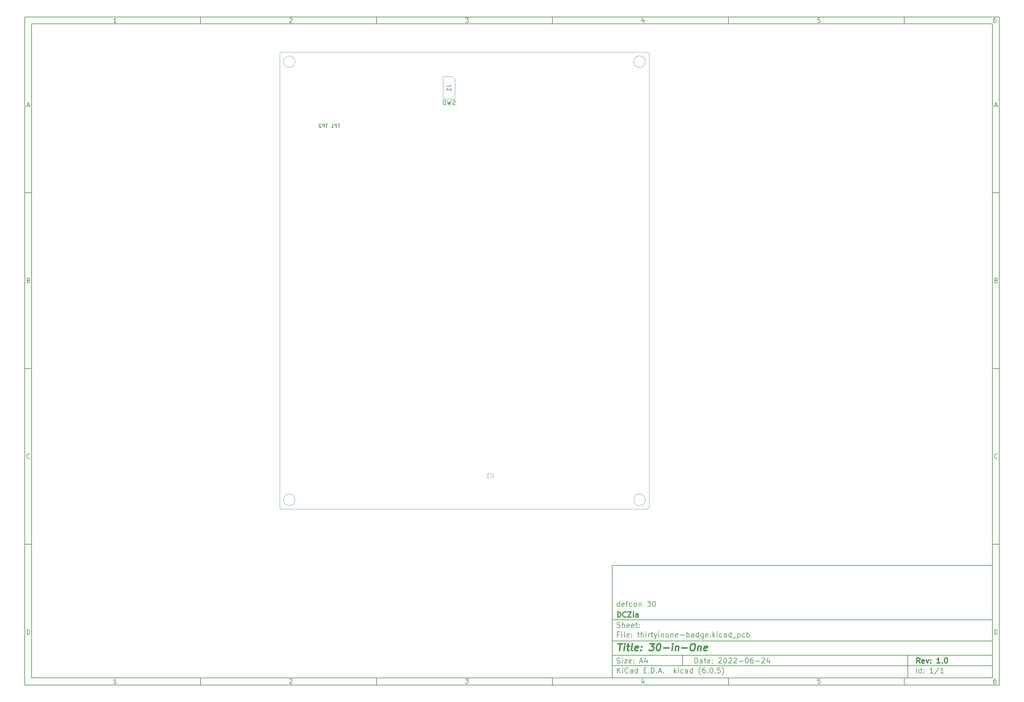
<source format=gbr>
%TF.GenerationSoftware,KiCad,Pcbnew,(6.0.5)*%
%TF.CreationDate,2022-09-10T22:43:36-06:00*%
%TF.ProjectId,thirtyinone-badge,74686972-7479-4696-9e6f-6e652d626164,1.0*%
%TF.SameCoordinates,Original*%
%TF.FileFunction,AssemblyDrawing,Bot*%
%FSLAX46Y46*%
G04 Gerber Fmt 4.6, Leading zero omitted, Abs format (unit mm)*
G04 Created by KiCad (PCBNEW (6.0.5)) date 2022-09-10 22:43:36*
%MOMM*%
%LPD*%
G01*
G04 APERTURE LIST*
%ADD10C,0.100000*%
%ADD11C,0.150000*%
%ADD12C,0.300000*%
%ADD13C,0.400000*%
%TA.AperFunction,Profile*%
%ADD14C,0.100000*%
%TD*%
%ADD15C,0.060000*%
G04 APERTURE END LIST*
D10*
D11*
X177002200Y-166007200D02*
X177002200Y-198007200D01*
X285002200Y-198007200D01*
X285002200Y-166007200D01*
X177002200Y-166007200D01*
D10*
D11*
X10000000Y-10000000D02*
X10000000Y-200007200D01*
X287002200Y-200007200D01*
X287002200Y-10000000D01*
X10000000Y-10000000D01*
D10*
D11*
X12000000Y-12000000D02*
X12000000Y-198007200D01*
X285002200Y-198007200D01*
X285002200Y-12000000D01*
X12000000Y-12000000D01*
D10*
D11*
X60000000Y-12000000D02*
X60000000Y-10000000D01*
D10*
D11*
X110000000Y-12000000D02*
X110000000Y-10000000D01*
D10*
D11*
X160000000Y-12000000D02*
X160000000Y-10000000D01*
D10*
D11*
X210000000Y-12000000D02*
X210000000Y-10000000D01*
D10*
D11*
X260000000Y-12000000D02*
X260000000Y-10000000D01*
D10*
D11*
X36065476Y-11588095D02*
X35322619Y-11588095D01*
X35694047Y-11588095D02*
X35694047Y-10288095D01*
X35570238Y-10473809D01*
X35446428Y-10597619D01*
X35322619Y-10659523D01*
D10*
D11*
X85322619Y-10411904D02*
X85384523Y-10350000D01*
X85508333Y-10288095D01*
X85817857Y-10288095D01*
X85941666Y-10350000D01*
X86003571Y-10411904D01*
X86065476Y-10535714D01*
X86065476Y-10659523D01*
X86003571Y-10845238D01*
X85260714Y-11588095D01*
X86065476Y-11588095D01*
D10*
D11*
X135260714Y-10288095D02*
X136065476Y-10288095D01*
X135632142Y-10783333D01*
X135817857Y-10783333D01*
X135941666Y-10845238D01*
X136003571Y-10907142D01*
X136065476Y-11030952D01*
X136065476Y-11340476D01*
X136003571Y-11464285D01*
X135941666Y-11526190D01*
X135817857Y-11588095D01*
X135446428Y-11588095D01*
X135322619Y-11526190D01*
X135260714Y-11464285D01*
D10*
D11*
X185941666Y-10721428D02*
X185941666Y-11588095D01*
X185632142Y-10226190D02*
X185322619Y-11154761D01*
X186127380Y-11154761D01*
D10*
D11*
X236003571Y-10288095D02*
X235384523Y-10288095D01*
X235322619Y-10907142D01*
X235384523Y-10845238D01*
X235508333Y-10783333D01*
X235817857Y-10783333D01*
X235941666Y-10845238D01*
X236003571Y-10907142D01*
X236065476Y-11030952D01*
X236065476Y-11340476D01*
X236003571Y-11464285D01*
X235941666Y-11526190D01*
X235817857Y-11588095D01*
X235508333Y-11588095D01*
X235384523Y-11526190D01*
X235322619Y-11464285D01*
D10*
D11*
X285941666Y-10288095D02*
X285694047Y-10288095D01*
X285570238Y-10350000D01*
X285508333Y-10411904D01*
X285384523Y-10597619D01*
X285322619Y-10845238D01*
X285322619Y-11340476D01*
X285384523Y-11464285D01*
X285446428Y-11526190D01*
X285570238Y-11588095D01*
X285817857Y-11588095D01*
X285941666Y-11526190D01*
X286003571Y-11464285D01*
X286065476Y-11340476D01*
X286065476Y-11030952D01*
X286003571Y-10907142D01*
X285941666Y-10845238D01*
X285817857Y-10783333D01*
X285570238Y-10783333D01*
X285446428Y-10845238D01*
X285384523Y-10907142D01*
X285322619Y-11030952D01*
D10*
D11*
X60000000Y-198007200D02*
X60000000Y-200007200D01*
D10*
D11*
X110000000Y-198007200D02*
X110000000Y-200007200D01*
D10*
D11*
X160000000Y-198007200D02*
X160000000Y-200007200D01*
D10*
D11*
X210000000Y-198007200D02*
X210000000Y-200007200D01*
D10*
D11*
X260000000Y-198007200D02*
X260000000Y-200007200D01*
D10*
D11*
X36065476Y-199595295D02*
X35322619Y-199595295D01*
X35694047Y-199595295D02*
X35694047Y-198295295D01*
X35570238Y-198481009D01*
X35446428Y-198604819D01*
X35322619Y-198666723D01*
D10*
D11*
X85322619Y-198419104D02*
X85384523Y-198357200D01*
X85508333Y-198295295D01*
X85817857Y-198295295D01*
X85941666Y-198357200D01*
X86003571Y-198419104D01*
X86065476Y-198542914D01*
X86065476Y-198666723D01*
X86003571Y-198852438D01*
X85260714Y-199595295D01*
X86065476Y-199595295D01*
D10*
D11*
X135260714Y-198295295D02*
X136065476Y-198295295D01*
X135632142Y-198790533D01*
X135817857Y-198790533D01*
X135941666Y-198852438D01*
X136003571Y-198914342D01*
X136065476Y-199038152D01*
X136065476Y-199347676D01*
X136003571Y-199471485D01*
X135941666Y-199533390D01*
X135817857Y-199595295D01*
X135446428Y-199595295D01*
X135322619Y-199533390D01*
X135260714Y-199471485D01*
D10*
D11*
X185941666Y-198728628D02*
X185941666Y-199595295D01*
X185632142Y-198233390D02*
X185322619Y-199161961D01*
X186127380Y-199161961D01*
D10*
D11*
X236003571Y-198295295D02*
X235384523Y-198295295D01*
X235322619Y-198914342D01*
X235384523Y-198852438D01*
X235508333Y-198790533D01*
X235817857Y-198790533D01*
X235941666Y-198852438D01*
X236003571Y-198914342D01*
X236065476Y-199038152D01*
X236065476Y-199347676D01*
X236003571Y-199471485D01*
X235941666Y-199533390D01*
X235817857Y-199595295D01*
X235508333Y-199595295D01*
X235384523Y-199533390D01*
X235322619Y-199471485D01*
D10*
D11*
X285941666Y-198295295D02*
X285694047Y-198295295D01*
X285570238Y-198357200D01*
X285508333Y-198419104D01*
X285384523Y-198604819D01*
X285322619Y-198852438D01*
X285322619Y-199347676D01*
X285384523Y-199471485D01*
X285446428Y-199533390D01*
X285570238Y-199595295D01*
X285817857Y-199595295D01*
X285941666Y-199533390D01*
X286003571Y-199471485D01*
X286065476Y-199347676D01*
X286065476Y-199038152D01*
X286003571Y-198914342D01*
X285941666Y-198852438D01*
X285817857Y-198790533D01*
X285570238Y-198790533D01*
X285446428Y-198852438D01*
X285384523Y-198914342D01*
X285322619Y-199038152D01*
D10*
D11*
X10000000Y-60000000D02*
X12000000Y-60000000D01*
D10*
D11*
X10000000Y-110000000D02*
X12000000Y-110000000D01*
D10*
D11*
X10000000Y-160000000D02*
X12000000Y-160000000D01*
D10*
D11*
X10690476Y-35216666D02*
X11309523Y-35216666D01*
X10566666Y-35588095D02*
X11000000Y-34288095D01*
X11433333Y-35588095D01*
D10*
D11*
X11092857Y-84907142D02*
X11278571Y-84969047D01*
X11340476Y-85030952D01*
X11402380Y-85154761D01*
X11402380Y-85340476D01*
X11340476Y-85464285D01*
X11278571Y-85526190D01*
X11154761Y-85588095D01*
X10659523Y-85588095D01*
X10659523Y-84288095D01*
X11092857Y-84288095D01*
X11216666Y-84350000D01*
X11278571Y-84411904D01*
X11340476Y-84535714D01*
X11340476Y-84659523D01*
X11278571Y-84783333D01*
X11216666Y-84845238D01*
X11092857Y-84907142D01*
X10659523Y-84907142D01*
D10*
D11*
X11402380Y-135464285D02*
X11340476Y-135526190D01*
X11154761Y-135588095D01*
X11030952Y-135588095D01*
X10845238Y-135526190D01*
X10721428Y-135402380D01*
X10659523Y-135278571D01*
X10597619Y-135030952D01*
X10597619Y-134845238D01*
X10659523Y-134597619D01*
X10721428Y-134473809D01*
X10845238Y-134350000D01*
X11030952Y-134288095D01*
X11154761Y-134288095D01*
X11340476Y-134350000D01*
X11402380Y-134411904D01*
D10*
D11*
X10659523Y-185588095D02*
X10659523Y-184288095D01*
X10969047Y-184288095D01*
X11154761Y-184350000D01*
X11278571Y-184473809D01*
X11340476Y-184597619D01*
X11402380Y-184845238D01*
X11402380Y-185030952D01*
X11340476Y-185278571D01*
X11278571Y-185402380D01*
X11154761Y-185526190D01*
X10969047Y-185588095D01*
X10659523Y-185588095D01*
D10*
D11*
X287002200Y-60000000D02*
X285002200Y-60000000D01*
D10*
D11*
X287002200Y-110000000D02*
X285002200Y-110000000D01*
D10*
D11*
X287002200Y-160000000D02*
X285002200Y-160000000D01*
D10*
D11*
X285692676Y-35216666D02*
X286311723Y-35216666D01*
X285568866Y-35588095D02*
X286002200Y-34288095D01*
X286435533Y-35588095D01*
D10*
D11*
X286095057Y-84907142D02*
X286280771Y-84969047D01*
X286342676Y-85030952D01*
X286404580Y-85154761D01*
X286404580Y-85340476D01*
X286342676Y-85464285D01*
X286280771Y-85526190D01*
X286156961Y-85588095D01*
X285661723Y-85588095D01*
X285661723Y-84288095D01*
X286095057Y-84288095D01*
X286218866Y-84350000D01*
X286280771Y-84411904D01*
X286342676Y-84535714D01*
X286342676Y-84659523D01*
X286280771Y-84783333D01*
X286218866Y-84845238D01*
X286095057Y-84907142D01*
X285661723Y-84907142D01*
D10*
D11*
X286404580Y-135464285D02*
X286342676Y-135526190D01*
X286156961Y-135588095D01*
X286033152Y-135588095D01*
X285847438Y-135526190D01*
X285723628Y-135402380D01*
X285661723Y-135278571D01*
X285599819Y-135030952D01*
X285599819Y-134845238D01*
X285661723Y-134597619D01*
X285723628Y-134473809D01*
X285847438Y-134350000D01*
X286033152Y-134288095D01*
X286156961Y-134288095D01*
X286342676Y-134350000D01*
X286404580Y-134411904D01*
D10*
D11*
X285661723Y-185588095D02*
X285661723Y-184288095D01*
X285971247Y-184288095D01*
X286156961Y-184350000D01*
X286280771Y-184473809D01*
X286342676Y-184597619D01*
X286404580Y-184845238D01*
X286404580Y-185030952D01*
X286342676Y-185278571D01*
X286280771Y-185402380D01*
X286156961Y-185526190D01*
X285971247Y-185588095D01*
X285661723Y-185588095D01*
D10*
D11*
X200434342Y-193785771D02*
X200434342Y-192285771D01*
X200791485Y-192285771D01*
X201005771Y-192357200D01*
X201148628Y-192500057D01*
X201220057Y-192642914D01*
X201291485Y-192928628D01*
X201291485Y-193142914D01*
X201220057Y-193428628D01*
X201148628Y-193571485D01*
X201005771Y-193714342D01*
X200791485Y-193785771D01*
X200434342Y-193785771D01*
X202577200Y-193785771D02*
X202577200Y-193000057D01*
X202505771Y-192857200D01*
X202362914Y-192785771D01*
X202077200Y-192785771D01*
X201934342Y-192857200D01*
X202577200Y-193714342D02*
X202434342Y-193785771D01*
X202077200Y-193785771D01*
X201934342Y-193714342D01*
X201862914Y-193571485D01*
X201862914Y-193428628D01*
X201934342Y-193285771D01*
X202077200Y-193214342D01*
X202434342Y-193214342D01*
X202577200Y-193142914D01*
X203077200Y-192785771D02*
X203648628Y-192785771D01*
X203291485Y-192285771D02*
X203291485Y-193571485D01*
X203362914Y-193714342D01*
X203505771Y-193785771D01*
X203648628Y-193785771D01*
X204720057Y-193714342D02*
X204577200Y-193785771D01*
X204291485Y-193785771D01*
X204148628Y-193714342D01*
X204077200Y-193571485D01*
X204077200Y-193000057D01*
X204148628Y-192857200D01*
X204291485Y-192785771D01*
X204577200Y-192785771D01*
X204720057Y-192857200D01*
X204791485Y-193000057D01*
X204791485Y-193142914D01*
X204077200Y-193285771D01*
X205434342Y-193642914D02*
X205505771Y-193714342D01*
X205434342Y-193785771D01*
X205362914Y-193714342D01*
X205434342Y-193642914D01*
X205434342Y-193785771D01*
X205434342Y-192857200D02*
X205505771Y-192928628D01*
X205434342Y-193000057D01*
X205362914Y-192928628D01*
X205434342Y-192857200D01*
X205434342Y-193000057D01*
X207220057Y-192428628D02*
X207291485Y-192357200D01*
X207434342Y-192285771D01*
X207791485Y-192285771D01*
X207934342Y-192357200D01*
X208005771Y-192428628D01*
X208077200Y-192571485D01*
X208077200Y-192714342D01*
X208005771Y-192928628D01*
X207148628Y-193785771D01*
X208077200Y-193785771D01*
X209005771Y-192285771D02*
X209148628Y-192285771D01*
X209291485Y-192357200D01*
X209362914Y-192428628D01*
X209434342Y-192571485D01*
X209505771Y-192857200D01*
X209505771Y-193214342D01*
X209434342Y-193500057D01*
X209362914Y-193642914D01*
X209291485Y-193714342D01*
X209148628Y-193785771D01*
X209005771Y-193785771D01*
X208862914Y-193714342D01*
X208791485Y-193642914D01*
X208720057Y-193500057D01*
X208648628Y-193214342D01*
X208648628Y-192857200D01*
X208720057Y-192571485D01*
X208791485Y-192428628D01*
X208862914Y-192357200D01*
X209005771Y-192285771D01*
X210077200Y-192428628D02*
X210148628Y-192357200D01*
X210291485Y-192285771D01*
X210648628Y-192285771D01*
X210791485Y-192357200D01*
X210862914Y-192428628D01*
X210934342Y-192571485D01*
X210934342Y-192714342D01*
X210862914Y-192928628D01*
X210005771Y-193785771D01*
X210934342Y-193785771D01*
X211505771Y-192428628D02*
X211577200Y-192357200D01*
X211720057Y-192285771D01*
X212077200Y-192285771D01*
X212220057Y-192357200D01*
X212291485Y-192428628D01*
X212362914Y-192571485D01*
X212362914Y-192714342D01*
X212291485Y-192928628D01*
X211434342Y-193785771D01*
X212362914Y-193785771D01*
X213005771Y-193214342D02*
X214148628Y-193214342D01*
X215148628Y-192285771D02*
X215291485Y-192285771D01*
X215434342Y-192357200D01*
X215505771Y-192428628D01*
X215577200Y-192571485D01*
X215648628Y-192857200D01*
X215648628Y-193214342D01*
X215577200Y-193500057D01*
X215505771Y-193642914D01*
X215434342Y-193714342D01*
X215291485Y-193785771D01*
X215148628Y-193785771D01*
X215005771Y-193714342D01*
X214934342Y-193642914D01*
X214862914Y-193500057D01*
X214791485Y-193214342D01*
X214791485Y-192857200D01*
X214862914Y-192571485D01*
X214934342Y-192428628D01*
X215005771Y-192357200D01*
X215148628Y-192285771D01*
X216934342Y-192285771D02*
X216648628Y-192285771D01*
X216505771Y-192357200D01*
X216434342Y-192428628D01*
X216291485Y-192642914D01*
X216220057Y-192928628D01*
X216220057Y-193500057D01*
X216291485Y-193642914D01*
X216362914Y-193714342D01*
X216505771Y-193785771D01*
X216791485Y-193785771D01*
X216934342Y-193714342D01*
X217005771Y-193642914D01*
X217077200Y-193500057D01*
X217077200Y-193142914D01*
X217005771Y-193000057D01*
X216934342Y-192928628D01*
X216791485Y-192857200D01*
X216505771Y-192857200D01*
X216362914Y-192928628D01*
X216291485Y-193000057D01*
X216220057Y-193142914D01*
X217720057Y-193214342D02*
X218862914Y-193214342D01*
X219505771Y-192428628D02*
X219577200Y-192357200D01*
X219720057Y-192285771D01*
X220077200Y-192285771D01*
X220220057Y-192357200D01*
X220291485Y-192428628D01*
X220362914Y-192571485D01*
X220362914Y-192714342D01*
X220291485Y-192928628D01*
X219434342Y-193785771D01*
X220362914Y-193785771D01*
X221648628Y-192785771D02*
X221648628Y-193785771D01*
X221291485Y-192214342D02*
X220934342Y-193285771D01*
X221862914Y-193285771D01*
D10*
D11*
X177002200Y-194507200D02*
X285002200Y-194507200D01*
D10*
D11*
X178434342Y-196585771D02*
X178434342Y-195085771D01*
X179291485Y-196585771D02*
X178648628Y-195728628D01*
X179291485Y-195085771D02*
X178434342Y-195942914D01*
X179934342Y-196585771D02*
X179934342Y-195585771D01*
X179934342Y-195085771D02*
X179862914Y-195157200D01*
X179934342Y-195228628D01*
X180005771Y-195157200D01*
X179934342Y-195085771D01*
X179934342Y-195228628D01*
X181505771Y-196442914D02*
X181434342Y-196514342D01*
X181220057Y-196585771D01*
X181077200Y-196585771D01*
X180862914Y-196514342D01*
X180720057Y-196371485D01*
X180648628Y-196228628D01*
X180577200Y-195942914D01*
X180577200Y-195728628D01*
X180648628Y-195442914D01*
X180720057Y-195300057D01*
X180862914Y-195157200D01*
X181077200Y-195085771D01*
X181220057Y-195085771D01*
X181434342Y-195157200D01*
X181505771Y-195228628D01*
X182791485Y-196585771D02*
X182791485Y-195800057D01*
X182720057Y-195657200D01*
X182577200Y-195585771D01*
X182291485Y-195585771D01*
X182148628Y-195657200D01*
X182791485Y-196514342D02*
X182648628Y-196585771D01*
X182291485Y-196585771D01*
X182148628Y-196514342D01*
X182077200Y-196371485D01*
X182077200Y-196228628D01*
X182148628Y-196085771D01*
X182291485Y-196014342D01*
X182648628Y-196014342D01*
X182791485Y-195942914D01*
X184148628Y-196585771D02*
X184148628Y-195085771D01*
X184148628Y-196514342D02*
X184005771Y-196585771D01*
X183720057Y-196585771D01*
X183577200Y-196514342D01*
X183505771Y-196442914D01*
X183434342Y-196300057D01*
X183434342Y-195871485D01*
X183505771Y-195728628D01*
X183577200Y-195657200D01*
X183720057Y-195585771D01*
X184005771Y-195585771D01*
X184148628Y-195657200D01*
X186005771Y-195800057D02*
X186505771Y-195800057D01*
X186720057Y-196585771D02*
X186005771Y-196585771D01*
X186005771Y-195085771D01*
X186720057Y-195085771D01*
X187362914Y-196442914D02*
X187434342Y-196514342D01*
X187362914Y-196585771D01*
X187291485Y-196514342D01*
X187362914Y-196442914D01*
X187362914Y-196585771D01*
X188077200Y-196585771D02*
X188077200Y-195085771D01*
X188434342Y-195085771D01*
X188648628Y-195157200D01*
X188791485Y-195300057D01*
X188862914Y-195442914D01*
X188934342Y-195728628D01*
X188934342Y-195942914D01*
X188862914Y-196228628D01*
X188791485Y-196371485D01*
X188648628Y-196514342D01*
X188434342Y-196585771D01*
X188077200Y-196585771D01*
X189577200Y-196442914D02*
X189648628Y-196514342D01*
X189577200Y-196585771D01*
X189505771Y-196514342D01*
X189577200Y-196442914D01*
X189577200Y-196585771D01*
X190220057Y-196157200D02*
X190934342Y-196157200D01*
X190077200Y-196585771D02*
X190577200Y-195085771D01*
X191077200Y-196585771D01*
X191577200Y-196442914D02*
X191648628Y-196514342D01*
X191577200Y-196585771D01*
X191505771Y-196514342D01*
X191577200Y-196442914D01*
X191577200Y-196585771D01*
X194577200Y-196585771D02*
X194577200Y-195085771D01*
X194720057Y-196014342D02*
X195148628Y-196585771D01*
X195148628Y-195585771D02*
X194577200Y-196157200D01*
X195791485Y-196585771D02*
X195791485Y-195585771D01*
X195791485Y-195085771D02*
X195720057Y-195157200D01*
X195791485Y-195228628D01*
X195862914Y-195157200D01*
X195791485Y-195085771D01*
X195791485Y-195228628D01*
X197148628Y-196514342D02*
X197005771Y-196585771D01*
X196720057Y-196585771D01*
X196577200Y-196514342D01*
X196505771Y-196442914D01*
X196434342Y-196300057D01*
X196434342Y-195871485D01*
X196505771Y-195728628D01*
X196577200Y-195657200D01*
X196720057Y-195585771D01*
X197005771Y-195585771D01*
X197148628Y-195657200D01*
X198434342Y-196585771D02*
X198434342Y-195800057D01*
X198362914Y-195657200D01*
X198220057Y-195585771D01*
X197934342Y-195585771D01*
X197791485Y-195657200D01*
X198434342Y-196514342D02*
X198291485Y-196585771D01*
X197934342Y-196585771D01*
X197791485Y-196514342D01*
X197720057Y-196371485D01*
X197720057Y-196228628D01*
X197791485Y-196085771D01*
X197934342Y-196014342D01*
X198291485Y-196014342D01*
X198434342Y-195942914D01*
X199791485Y-196585771D02*
X199791485Y-195085771D01*
X199791485Y-196514342D02*
X199648628Y-196585771D01*
X199362914Y-196585771D01*
X199220057Y-196514342D01*
X199148628Y-196442914D01*
X199077200Y-196300057D01*
X199077200Y-195871485D01*
X199148628Y-195728628D01*
X199220057Y-195657200D01*
X199362914Y-195585771D01*
X199648628Y-195585771D01*
X199791485Y-195657200D01*
X202077200Y-197157200D02*
X202005771Y-197085771D01*
X201862914Y-196871485D01*
X201791485Y-196728628D01*
X201720057Y-196514342D01*
X201648628Y-196157200D01*
X201648628Y-195871485D01*
X201720057Y-195514342D01*
X201791485Y-195300057D01*
X201862914Y-195157200D01*
X202005771Y-194942914D01*
X202077200Y-194871485D01*
X203291485Y-195085771D02*
X203005771Y-195085771D01*
X202862914Y-195157200D01*
X202791485Y-195228628D01*
X202648628Y-195442914D01*
X202577200Y-195728628D01*
X202577200Y-196300057D01*
X202648628Y-196442914D01*
X202720057Y-196514342D01*
X202862914Y-196585771D01*
X203148628Y-196585771D01*
X203291485Y-196514342D01*
X203362914Y-196442914D01*
X203434342Y-196300057D01*
X203434342Y-195942914D01*
X203362914Y-195800057D01*
X203291485Y-195728628D01*
X203148628Y-195657200D01*
X202862914Y-195657200D01*
X202720057Y-195728628D01*
X202648628Y-195800057D01*
X202577200Y-195942914D01*
X204077200Y-196442914D02*
X204148628Y-196514342D01*
X204077200Y-196585771D01*
X204005771Y-196514342D01*
X204077200Y-196442914D01*
X204077200Y-196585771D01*
X205077200Y-195085771D02*
X205220057Y-195085771D01*
X205362914Y-195157200D01*
X205434342Y-195228628D01*
X205505771Y-195371485D01*
X205577200Y-195657200D01*
X205577200Y-196014342D01*
X205505771Y-196300057D01*
X205434342Y-196442914D01*
X205362914Y-196514342D01*
X205220057Y-196585771D01*
X205077200Y-196585771D01*
X204934342Y-196514342D01*
X204862914Y-196442914D01*
X204791485Y-196300057D01*
X204720057Y-196014342D01*
X204720057Y-195657200D01*
X204791485Y-195371485D01*
X204862914Y-195228628D01*
X204934342Y-195157200D01*
X205077200Y-195085771D01*
X206220057Y-196442914D02*
X206291485Y-196514342D01*
X206220057Y-196585771D01*
X206148628Y-196514342D01*
X206220057Y-196442914D01*
X206220057Y-196585771D01*
X207648628Y-195085771D02*
X206934342Y-195085771D01*
X206862914Y-195800057D01*
X206934342Y-195728628D01*
X207077200Y-195657200D01*
X207434342Y-195657200D01*
X207577200Y-195728628D01*
X207648628Y-195800057D01*
X207720057Y-195942914D01*
X207720057Y-196300057D01*
X207648628Y-196442914D01*
X207577200Y-196514342D01*
X207434342Y-196585771D01*
X207077200Y-196585771D01*
X206934342Y-196514342D01*
X206862914Y-196442914D01*
X208220057Y-197157200D02*
X208291485Y-197085771D01*
X208434342Y-196871485D01*
X208505771Y-196728628D01*
X208577200Y-196514342D01*
X208648628Y-196157200D01*
X208648628Y-195871485D01*
X208577200Y-195514342D01*
X208505771Y-195300057D01*
X208434342Y-195157200D01*
X208291485Y-194942914D01*
X208220057Y-194871485D01*
D10*
D11*
X177002200Y-191507200D02*
X285002200Y-191507200D01*
D10*
D12*
X264411485Y-193785771D02*
X263911485Y-193071485D01*
X263554342Y-193785771D02*
X263554342Y-192285771D01*
X264125771Y-192285771D01*
X264268628Y-192357200D01*
X264340057Y-192428628D01*
X264411485Y-192571485D01*
X264411485Y-192785771D01*
X264340057Y-192928628D01*
X264268628Y-193000057D01*
X264125771Y-193071485D01*
X263554342Y-193071485D01*
X265625771Y-193714342D02*
X265482914Y-193785771D01*
X265197200Y-193785771D01*
X265054342Y-193714342D01*
X264982914Y-193571485D01*
X264982914Y-193000057D01*
X265054342Y-192857200D01*
X265197200Y-192785771D01*
X265482914Y-192785771D01*
X265625771Y-192857200D01*
X265697200Y-193000057D01*
X265697200Y-193142914D01*
X264982914Y-193285771D01*
X266197200Y-192785771D02*
X266554342Y-193785771D01*
X266911485Y-192785771D01*
X267482914Y-193642914D02*
X267554342Y-193714342D01*
X267482914Y-193785771D01*
X267411485Y-193714342D01*
X267482914Y-193642914D01*
X267482914Y-193785771D01*
X267482914Y-192857200D02*
X267554342Y-192928628D01*
X267482914Y-193000057D01*
X267411485Y-192928628D01*
X267482914Y-192857200D01*
X267482914Y-193000057D01*
X270125771Y-193785771D02*
X269268628Y-193785771D01*
X269697200Y-193785771D02*
X269697200Y-192285771D01*
X269554342Y-192500057D01*
X269411485Y-192642914D01*
X269268628Y-192714342D01*
X270768628Y-193642914D02*
X270840057Y-193714342D01*
X270768628Y-193785771D01*
X270697200Y-193714342D01*
X270768628Y-193642914D01*
X270768628Y-193785771D01*
X271768628Y-192285771D02*
X271911485Y-192285771D01*
X272054342Y-192357200D01*
X272125771Y-192428628D01*
X272197200Y-192571485D01*
X272268628Y-192857200D01*
X272268628Y-193214342D01*
X272197200Y-193500057D01*
X272125771Y-193642914D01*
X272054342Y-193714342D01*
X271911485Y-193785771D01*
X271768628Y-193785771D01*
X271625771Y-193714342D01*
X271554342Y-193642914D01*
X271482914Y-193500057D01*
X271411485Y-193214342D01*
X271411485Y-192857200D01*
X271482914Y-192571485D01*
X271554342Y-192428628D01*
X271625771Y-192357200D01*
X271768628Y-192285771D01*
D10*
D11*
X178362914Y-193714342D02*
X178577200Y-193785771D01*
X178934342Y-193785771D01*
X179077200Y-193714342D01*
X179148628Y-193642914D01*
X179220057Y-193500057D01*
X179220057Y-193357200D01*
X179148628Y-193214342D01*
X179077200Y-193142914D01*
X178934342Y-193071485D01*
X178648628Y-193000057D01*
X178505771Y-192928628D01*
X178434342Y-192857200D01*
X178362914Y-192714342D01*
X178362914Y-192571485D01*
X178434342Y-192428628D01*
X178505771Y-192357200D01*
X178648628Y-192285771D01*
X179005771Y-192285771D01*
X179220057Y-192357200D01*
X179862914Y-193785771D02*
X179862914Y-192785771D01*
X179862914Y-192285771D02*
X179791485Y-192357200D01*
X179862914Y-192428628D01*
X179934342Y-192357200D01*
X179862914Y-192285771D01*
X179862914Y-192428628D01*
X180434342Y-192785771D02*
X181220057Y-192785771D01*
X180434342Y-193785771D01*
X181220057Y-193785771D01*
X182362914Y-193714342D02*
X182220057Y-193785771D01*
X181934342Y-193785771D01*
X181791485Y-193714342D01*
X181720057Y-193571485D01*
X181720057Y-193000057D01*
X181791485Y-192857200D01*
X181934342Y-192785771D01*
X182220057Y-192785771D01*
X182362914Y-192857200D01*
X182434342Y-193000057D01*
X182434342Y-193142914D01*
X181720057Y-193285771D01*
X183077200Y-193642914D02*
X183148628Y-193714342D01*
X183077200Y-193785771D01*
X183005771Y-193714342D01*
X183077200Y-193642914D01*
X183077200Y-193785771D01*
X183077200Y-192857200D02*
X183148628Y-192928628D01*
X183077200Y-193000057D01*
X183005771Y-192928628D01*
X183077200Y-192857200D01*
X183077200Y-193000057D01*
X184862914Y-193357200D02*
X185577200Y-193357200D01*
X184720057Y-193785771D02*
X185220057Y-192285771D01*
X185720057Y-193785771D01*
X186862914Y-192785771D02*
X186862914Y-193785771D01*
X186505771Y-192214342D02*
X186148628Y-193285771D01*
X187077200Y-193285771D01*
D10*
D11*
X263434342Y-196585771D02*
X263434342Y-195085771D01*
X264791485Y-196585771D02*
X264791485Y-195085771D01*
X264791485Y-196514342D02*
X264648628Y-196585771D01*
X264362914Y-196585771D01*
X264220057Y-196514342D01*
X264148628Y-196442914D01*
X264077200Y-196300057D01*
X264077200Y-195871485D01*
X264148628Y-195728628D01*
X264220057Y-195657200D01*
X264362914Y-195585771D01*
X264648628Y-195585771D01*
X264791485Y-195657200D01*
X265505771Y-196442914D02*
X265577200Y-196514342D01*
X265505771Y-196585771D01*
X265434342Y-196514342D01*
X265505771Y-196442914D01*
X265505771Y-196585771D01*
X265505771Y-195657200D02*
X265577200Y-195728628D01*
X265505771Y-195800057D01*
X265434342Y-195728628D01*
X265505771Y-195657200D01*
X265505771Y-195800057D01*
X268148628Y-196585771D02*
X267291485Y-196585771D01*
X267720057Y-196585771D02*
X267720057Y-195085771D01*
X267577200Y-195300057D01*
X267434342Y-195442914D01*
X267291485Y-195514342D01*
X269862914Y-195014342D02*
X268577200Y-196942914D01*
X271148628Y-196585771D02*
X270291485Y-196585771D01*
X270720057Y-196585771D02*
X270720057Y-195085771D01*
X270577200Y-195300057D01*
X270434342Y-195442914D01*
X270291485Y-195514342D01*
D10*
D11*
X177002200Y-187507200D02*
X285002200Y-187507200D01*
D10*
D13*
X178714580Y-188211961D02*
X179857438Y-188211961D01*
X179036009Y-190211961D02*
X179286009Y-188211961D01*
X180274104Y-190211961D02*
X180440771Y-188878628D01*
X180524104Y-188211961D02*
X180416961Y-188307200D01*
X180500295Y-188402438D01*
X180607438Y-188307200D01*
X180524104Y-188211961D01*
X180500295Y-188402438D01*
X181107438Y-188878628D02*
X181869342Y-188878628D01*
X181476485Y-188211961D02*
X181262200Y-189926247D01*
X181333628Y-190116723D01*
X181512200Y-190211961D01*
X181702676Y-190211961D01*
X182655057Y-190211961D02*
X182476485Y-190116723D01*
X182405057Y-189926247D01*
X182619342Y-188211961D01*
X184190771Y-190116723D02*
X183988390Y-190211961D01*
X183607438Y-190211961D01*
X183428866Y-190116723D01*
X183357438Y-189926247D01*
X183452676Y-189164342D01*
X183571723Y-188973866D01*
X183774104Y-188878628D01*
X184155057Y-188878628D01*
X184333628Y-188973866D01*
X184405057Y-189164342D01*
X184381247Y-189354819D01*
X183405057Y-189545295D01*
X185155057Y-190021485D02*
X185238390Y-190116723D01*
X185131247Y-190211961D01*
X185047914Y-190116723D01*
X185155057Y-190021485D01*
X185131247Y-190211961D01*
X185286009Y-188973866D02*
X185369342Y-189069104D01*
X185262200Y-189164342D01*
X185178866Y-189069104D01*
X185286009Y-188973866D01*
X185262200Y-189164342D01*
X187666961Y-188211961D02*
X188905057Y-188211961D01*
X188143152Y-188973866D01*
X188428866Y-188973866D01*
X188607438Y-189069104D01*
X188690771Y-189164342D01*
X188762200Y-189354819D01*
X188702676Y-189831009D01*
X188583628Y-190021485D01*
X188476485Y-190116723D01*
X188274104Y-190211961D01*
X187702676Y-190211961D01*
X187524104Y-190116723D01*
X187440771Y-190021485D01*
X190143152Y-188211961D02*
X190333628Y-188211961D01*
X190512200Y-188307200D01*
X190595533Y-188402438D01*
X190666961Y-188592914D01*
X190714580Y-188973866D01*
X190655057Y-189450057D01*
X190512200Y-189831009D01*
X190393152Y-190021485D01*
X190286009Y-190116723D01*
X190083628Y-190211961D01*
X189893152Y-190211961D01*
X189714580Y-190116723D01*
X189631247Y-190021485D01*
X189559819Y-189831009D01*
X189512200Y-189450057D01*
X189571723Y-188973866D01*
X189714580Y-188592914D01*
X189833628Y-188402438D01*
X189940771Y-188307200D01*
X190143152Y-188211961D01*
X191512200Y-189450057D02*
X193036009Y-189450057D01*
X193893152Y-190211961D02*
X194059819Y-188878628D01*
X194143152Y-188211961D02*
X194036009Y-188307200D01*
X194119342Y-188402438D01*
X194226485Y-188307200D01*
X194143152Y-188211961D01*
X194119342Y-188402438D01*
X195012200Y-188878628D02*
X194845533Y-190211961D01*
X194988390Y-189069104D02*
X195095533Y-188973866D01*
X195297914Y-188878628D01*
X195583628Y-188878628D01*
X195762200Y-188973866D01*
X195833628Y-189164342D01*
X195702676Y-190211961D01*
X196750295Y-189450057D02*
X198274104Y-189450057D01*
X199762200Y-188211961D02*
X200143152Y-188211961D01*
X200321723Y-188307200D01*
X200488390Y-188497676D01*
X200536009Y-188878628D01*
X200452676Y-189545295D01*
X200309819Y-189926247D01*
X200095533Y-190116723D01*
X199893152Y-190211961D01*
X199512200Y-190211961D01*
X199333628Y-190116723D01*
X199166961Y-189926247D01*
X199119342Y-189545295D01*
X199202676Y-188878628D01*
X199345533Y-188497676D01*
X199559819Y-188307200D01*
X199762200Y-188211961D01*
X201393152Y-188878628D02*
X201226485Y-190211961D01*
X201369342Y-189069104D02*
X201476485Y-188973866D01*
X201678866Y-188878628D01*
X201964580Y-188878628D01*
X202143152Y-188973866D01*
X202214580Y-189164342D01*
X202083628Y-190211961D01*
X203809819Y-190116723D02*
X203607438Y-190211961D01*
X203226485Y-190211961D01*
X203047914Y-190116723D01*
X202976485Y-189926247D01*
X203071723Y-189164342D01*
X203190771Y-188973866D01*
X203393152Y-188878628D01*
X203774104Y-188878628D01*
X203952676Y-188973866D01*
X204024104Y-189164342D01*
X204000295Y-189354819D01*
X203024104Y-189545295D01*
D10*
D11*
X178934342Y-185600057D02*
X178434342Y-185600057D01*
X178434342Y-186385771D02*
X178434342Y-184885771D01*
X179148628Y-184885771D01*
X179720057Y-186385771D02*
X179720057Y-185385771D01*
X179720057Y-184885771D02*
X179648628Y-184957200D01*
X179720057Y-185028628D01*
X179791485Y-184957200D01*
X179720057Y-184885771D01*
X179720057Y-185028628D01*
X180648628Y-186385771D02*
X180505771Y-186314342D01*
X180434342Y-186171485D01*
X180434342Y-184885771D01*
X181791485Y-186314342D02*
X181648628Y-186385771D01*
X181362914Y-186385771D01*
X181220057Y-186314342D01*
X181148628Y-186171485D01*
X181148628Y-185600057D01*
X181220057Y-185457200D01*
X181362914Y-185385771D01*
X181648628Y-185385771D01*
X181791485Y-185457200D01*
X181862914Y-185600057D01*
X181862914Y-185742914D01*
X181148628Y-185885771D01*
X182505771Y-186242914D02*
X182577200Y-186314342D01*
X182505771Y-186385771D01*
X182434342Y-186314342D01*
X182505771Y-186242914D01*
X182505771Y-186385771D01*
X182505771Y-185457200D02*
X182577200Y-185528628D01*
X182505771Y-185600057D01*
X182434342Y-185528628D01*
X182505771Y-185457200D01*
X182505771Y-185600057D01*
X184148628Y-185385771D02*
X184720057Y-185385771D01*
X184362914Y-184885771D02*
X184362914Y-186171485D01*
X184434342Y-186314342D01*
X184577200Y-186385771D01*
X184720057Y-186385771D01*
X185220057Y-186385771D02*
X185220057Y-184885771D01*
X185862914Y-186385771D02*
X185862914Y-185600057D01*
X185791485Y-185457200D01*
X185648628Y-185385771D01*
X185434342Y-185385771D01*
X185291485Y-185457200D01*
X185220057Y-185528628D01*
X186577200Y-186385771D02*
X186577200Y-185385771D01*
X186577200Y-184885771D02*
X186505771Y-184957200D01*
X186577200Y-185028628D01*
X186648628Y-184957200D01*
X186577200Y-184885771D01*
X186577200Y-185028628D01*
X187291485Y-186385771D02*
X187291485Y-185385771D01*
X187291485Y-185671485D02*
X187362914Y-185528628D01*
X187434342Y-185457200D01*
X187577200Y-185385771D01*
X187720057Y-185385771D01*
X188005771Y-185385771D02*
X188577200Y-185385771D01*
X188220057Y-184885771D02*
X188220057Y-186171485D01*
X188291485Y-186314342D01*
X188434342Y-186385771D01*
X188577200Y-186385771D01*
X188934342Y-185385771D02*
X189291485Y-186385771D01*
X189648628Y-185385771D02*
X189291485Y-186385771D01*
X189148628Y-186742914D01*
X189077200Y-186814342D01*
X188934342Y-186885771D01*
X190220057Y-186385771D02*
X190220057Y-185385771D01*
X190220057Y-184885771D02*
X190148628Y-184957200D01*
X190220057Y-185028628D01*
X190291485Y-184957200D01*
X190220057Y-184885771D01*
X190220057Y-185028628D01*
X190934342Y-185385771D02*
X190934342Y-186385771D01*
X190934342Y-185528628D02*
X191005771Y-185457200D01*
X191148628Y-185385771D01*
X191362914Y-185385771D01*
X191505771Y-185457200D01*
X191577200Y-185600057D01*
X191577200Y-186385771D01*
X192505771Y-186385771D02*
X192362914Y-186314342D01*
X192291485Y-186242914D01*
X192220057Y-186100057D01*
X192220057Y-185671485D01*
X192291485Y-185528628D01*
X192362914Y-185457200D01*
X192505771Y-185385771D01*
X192720057Y-185385771D01*
X192862914Y-185457200D01*
X192934342Y-185528628D01*
X193005771Y-185671485D01*
X193005771Y-186100057D01*
X192934342Y-186242914D01*
X192862914Y-186314342D01*
X192720057Y-186385771D01*
X192505771Y-186385771D01*
X193648628Y-185385771D02*
X193648628Y-186385771D01*
X193648628Y-185528628D02*
X193720057Y-185457200D01*
X193862914Y-185385771D01*
X194077200Y-185385771D01*
X194220057Y-185457200D01*
X194291485Y-185600057D01*
X194291485Y-186385771D01*
X195577200Y-186314342D02*
X195434342Y-186385771D01*
X195148628Y-186385771D01*
X195005771Y-186314342D01*
X194934342Y-186171485D01*
X194934342Y-185600057D01*
X195005771Y-185457200D01*
X195148628Y-185385771D01*
X195434342Y-185385771D01*
X195577200Y-185457200D01*
X195648628Y-185600057D01*
X195648628Y-185742914D01*
X194934342Y-185885771D01*
X196291485Y-185814342D02*
X197434342Y-185814342D01*
X198148628Y-186385771D02*
X198148628Y-184885771D01*
X198148628Y-185457200D02*
X198291485Y-185385771D01*
X198577200Y-185385771D01*
X198720057Y-185457200D01*
X198791485Y-185528628D01*
X198862914Y-185671485D01*
X198862914Y-186100057D01*
X198791485Y-186242914D01*
X198720057Y-186314342D01*
X198577200Y-186385771D01*
X198291485Y-186385771D01*
X198148628Y-186314342D01*
X200148628Y-186385771D02*
X200148628Y-185600057D01*
X200077200Y-185457200D01*
X199934342Y-185385771D01*
X199648628Y-185385771D01*
X199505771Y-185457200D01*
X200148628Y-186314342D02*
X200005771Y-186385771D01*
X199648628Y-186385771D01*
X199505771Y-186314342D01*
X199434342Y-186171485D01*
X199434342Y-186028628D01*
X199505771Y-185885771D01*
X199648628Y-185814342D01*
X200005771Y-185814342D01*
X200148628Y-185742914D01*
X201505771Y-186385771D02*
X201505771Y-184885771D01*
X201505771Y-186314342D02*
X201362914Y-186385771D01*
X201077200Y-186385771D01*
X200934342Y-186314342D01*
X200862914Y-186242914D01*
X200791485Y-186100057D01*
X200791485Y-185671485D01*
X200862914Y-185528628D01*
X200934342Y-185457200D01*
X201077200Y-185385771D01*
X201362914Y-185385771D01*
X201505771Y-185457200D01*
X202862914Y-185385771D02*
X202862914Y-186600057D01*
X202791485Y-186742914D01*
X202720057Y-186814342D01*
X202577200Y-186885771D01*
X202362914Y-186885771D01*
X202220057Y-186814342D01*
X202862914Y-186314342D02*
X202720057Y-186385771D01*
X202434342Y-186385771D01*
X202291485Y-186314342D01*
X202220057Y-186242914D01*
X202148628Y-186100057D01*
X202148628Y-185671485D01*
X202220057Y-185528628D01*
X202291485Y-185457200D01*
X202434342Y-185385771D01*
X202720057Y-185385771D01*
X202862914Y-185457200D01*
X204148628Y-186314342D02*
X204005771Y-186385771D01*
X203720057Y-186385771D01*
X203577200Y-186314342D01*
X203505771Y-186171485D01*
X203505771Y-185600057D01*
X203577200Y-185457200D01*
X203720057Y-185385771D01*
X204005771Y-185385771D01*
X204148628Y-185457200D01*
X204220057Y-185600057D01*
X204220057Y-185742914D01*
X203505771Y-185885771D01*
X204862914Y-186242914D02*
X204934342Y-186314342D01*
X204862914Y-186385771D01*
X204791485Y-186314342D01*
X204862914Y-186242914D01*
X204862914Y-186385771D01*
X205577200Y-186385771D02*
X205577200Y-184885771D01*
X205720057Y-185814342D02*
X206148628Y-186385771D01*
X206148628Y-185385771D02*
X205577200Y-185957200D01*
X206791485Y-186385771D02*
X206791485Y-185385771D01*
X206791485Y-184885771D02*
X206720057Y-184957200D01*
X206791485Y-185028628D01*
X206862914Y-184957200D01*
X206791485Y-184885771D01*
X206791485Y-185028628D01*
X208148628Y-186314342D02*
X208005771Y-186385771D01*
X207720057Y-186385771D01*
X207577200Y-186314342D01*
X207505771Y-186242914D01*
X207434342Y-186100057D01*
X207434342Y-185671485D01*
X207505771Y-185528628D01*
X207577200Y-185457200D01*
X207720057Y-185385771D01*
X208005771Y-185385771D01*
X208148628Y-185457200D01*
X209434342Y-186385771D02*
X209434342Y-185600057D01*
X209362914Y-185457200D01*
X209220057Y-185385771D01*
X208934342Y-185385771D01*
X208791485Y-185457200D01*
X209434342Y-186314342D02*
X209291485Y-186385771D01*
X208934342Y-186385771D01*
X208791485Y-186314342D01*
X208720057Y-186171485D01*
X208720057Y-186028628D01*
X208791485Y-185885771D01*
X208934342Y-185814342D01*
X209291485Y-185814342D01*
X209434342Y-185742914D01*
X210791485Y-186385771D02*
X210791485Y-184885771D01*
X210791485Y-186314342D02*
X210648628Y-186385771D01*
X210362914Y-186385771D01*
X210220057Y-186314342D01*
X210148628Y-186242914D01*
X210077200Y-186100057D01*
X210077200Y-185671485D01*
X210148628Y-185528628D01*
X210220057Y-185457200D01*
X210362914Y-185385771D01*
X210648628Y-185385771D01*
X210791485Y-185457200D01*
X211148628Y-186528628D02*
X212291485Y-186528628D01*
X212648628Y-185385771D02*
X212648628Y-186885771D01*
X212648628Y-185457200D02*
X212791485Y-185385771D01*
X213077200Y-185385771D01*
X213220057Y-185457200D01*
X213291485Y-185528628D01*
X213362914Y-185671485D01*
X213362914Y-186100057D01*
X213291485Y-186242914D01*
X213220057Y-186314342D01*
X213077200Y-186385771D01*
X212791485Y-186385771D01*
X212648628Y-186314342D01*
X214648628Y-186314342D02*
X214505771Y-186385771D01*
X214220057Y-186385771D01*
X214077200Y-186314342D01*
X214005771Y-186242914D01*
X213934342Y-186100057D01*
X213934342Y-185671485D01*
X214005771Y-185528628D01*
X214077200Y-185457200D01*
X214220057Y-185385771D01*
X214505771Y-185385771D01*
X214648628Y-185457200D01*
X215291485Y-186385771D02*
X215291485Y-184885771D01*
X215291485Y-185457200D02*
X215434342Y-185385771D01*
X215720057Y-185385771D01*
X215862914Y-185457200D01*
X215934342Y-185528628D01*
X216005771Y-185671485D01*
X216005771Y-186100057D01*
X215934342Y-186242914D01*
X215862914Y-186314342D01*
X215720057Y-186385771D01*
X215434342Y-186385771D01*
X215291485Y-186314342D01*
D10*
D11*
X177002200Y-181507200D02*
X285002200Y-181507200D01*
D10*
D11*
X178362914Y-183614342D02*
X178577200Y-183685771D01*
X178934342Y-183685771D01*
X179077200Y-183614342D01*
X179148628Y-183542914D01*
X179220057Y-183400057D01*
X179220057Y-183257200D01*
X179148628Y-183114342D01*
X179077200Y-183042914D01*
X178934342Y-182971485D01*
X178648628Y-182900057D01*
X178505771Y-182828628D01*
X178434342Y-182757200D01*
X178362914Y-182614342D01*
X178362914Y-182471485D01*
X178434342Y-182328628D01*
X178505771Y-182257200D01*
X178648628Y-182185771D01*
X179005771Y-182185771D01*
X179220057Y-182257200D01*
X179862914Y-183685771D02*
X179862914Y-182185771D01*
X180505771Y-183685771D02*
X180505771Y-182900057D01*
X180434342Y-182757200D01*
X180291485Y-182685771D01*
X180077200Y-182685771D01*
X179934342Y-182757200D01*
X179862914Y-182828628D01*
X181791485Y-183614342D02*
X181648628Y-183685771D01*
X181362914Y-183685771D01*
X181220057Y-183614342D01*
X181148628Y-183471485D01*
X181148628Y-182900057D01*
X181220057Y-182757200D01*
X181362914Y-182685771D01*
X181648628Y-182685771D01*
X181791485Y-182757200D01*
X181862914Y-182900057D01*
X181862914Y-183042914D01*
X181148628Y-183185771D01*
X183077200Y-183614342D02*
X182934342Y-183685771D01*
X182648628Y-183685771D01*
X182505771Y-183614342D01*
X182434342Y-183471485D01*
X182434342Y-182900057D01*
X182505771Y-182757200D01*
X182648628Y-182685771D01*
X182934342Y-182685771D01*
X183077200Y-182757200D01*
X183148628Y-182900057D01*
X183148628Y-183042914D01*
X182434342Y-183185771D01*
X183577200Y-182685771D02*
X184148628Y-182685771D01*
X183791485Y-182185771D02*
X183791485Y-183471485D01*
X183862914Y-183614342D01*
X184005771Y-183685771D01*
X184148628Y-183685771D01*
X184648628Y-183542914D02*
X184720057Y-183614342D01*
X184648628Y-183685771D01*
X184577200Y-183614342D01*
X184648628Y-183542914D01*
X184648628Y-183685771D01*
X184648628Y-182757200D02*
X184720057Y-182828628D01*
X184648628Y-182900057D01*
X184577200Y-182828628D01*
X184648628Y-182757200D01*
X184648628Y-182900057D01*
D10*
D12*
X178554342Y-180685771D02*
X178554342Y-179185771D01*
X178911485Y-179185771D01*
X179125771Y-179257200D01*
X179268628Y-179400057D01*
X179340057Y-179542914D01*
X179411485Y-179828628D01*
X179411485Y-180042914D01*
X179340057Y-180328628D01*
X179268628Y-180471485D01*
X179125771Y-180614342D01*
X178911485Y-180685771D01*
X178554342Y-180685771D01*
X180911485Y-180542914D02*
X180840057Y-180614342D01*
X180625771Y-180685771D01*
X180482914Y-180685771D01*
X180268628Y-180614342D01*
X180125771Y-180471485D01*
X180054342Y-180328628D01*
X179982914Y-180042914D01*
X179982914Y-179828628D01*
X180054342Y-179542914D01*
X180125771Y-179400057D01*
X180268628Y-179257200D01*
X180482914Y-179185771D01*
X180625771Y-179185771D01*
X180840057Y-179257200D01*
X180911485Y-179328628D01*
X181411485Y-179185771D02*
X182411485Y-179185771D01*
X181411485Y-180685771D01*
X182411485Y-180685771D01*
X182982914Y-180685771D02*
X182982914Y-179685771D01*
X182982914Y-179185771D02*
X182911485Y-179257200D01*
X182982914Y-179328628D01*
X183054342Y-179257200D01*
X182982914Y-179185771D01*
X182982914Y-179328628D01*
X184340057Y-180685771D02*
X184340057Y-179900057D01*
X184268628Y-179757200D01*
X184125771Y-179685771D01*
X183840057Y-179685771D01*
X183697200Y-179757200D01*
X184340057Y-180614342D02*
X184197200Y-180685771D01*
X183840057Y-180685771D01*
X183697200Y-180614342D01*
X183625771Y-180471485D01*
X183625771Y-180328628D01*
X183697200Y-180185771D01*
X183840057Y-180114342D01*
X184197200Y-180114342D01*
X184340057Y-180042914D01*
D10*
D11*
X179077200Y-177685771D02*
X179077200Y-176185771D01*
X179077200Y-177614342D02*
X178934342Y-177685771D01*
X178648628Y-177685771D01*
X178505771Y-177614342D01*
X178434342Y-177542914D01*
X178362914Y-177400057D01*
X178362914Y-176971485D01*
X178434342Y-176828628D01*
X178505771Y-176757200D01*
X178648628Y-176685771D01*
X178934342Y-176685771D01*
X179077200Y-176757200D01*
X180362914Y-177614342D02*
X180220057Y-177685771D01*
X179934342Y-177685771D01*
X179791485Y-177614342D01*
X179720057Y-177471485D01*
X179720057Y-176900057D01*
X179791485Y-176757200D01*
X179934342Y-176685771D01*
X180220057Y-176685771D01*
X180362914Y-176757200D01*
X180434342Y-176900057D01*
X180434342Y-177042914D01*
X179720057Y-177185771D01*
X180862914Y-176685771D02*
X181434342Y-176685771D01*
X181077200Y-177685771D02*
X181077200Y-176400057D01*
X181148628Y-176257200D01*
X181291485Y-176185771D01*
X181434342Y-176185771D01*
X182577200Y-177614342D02*
X182434342Y-177685771D01*
X182148628Y-177685771D01*
X182005771Y-177614342D01*
X181934342Y-177542914D01*
X181862914Y-177400057D01*
X181862914Y-176971485D01*
X181934342Y-176828628D01*
X182005771Y-176757200D01*
X182148628Y-176685771D01*
X182434342Y-176685771D01*
X182577200Y-176757200D01*
X183434342Y-177685771D02*
X183291485Y-177614342D01*
X183220057Y-177542914D01*
X183148628Y-177400057D01*
X183148628Y-176971485D01*
X183220057Y-176828628D01*
X183291485Y-176757200D01*
X183434342Y-176685771D01*
X183648628Y-176685771D01*
X183791485Y-176757200D01*
X183862914Y-176828628D01*
X183934342Y-176971485D01*
X183934342Y-177400057D01*
X183862914Y-177542914D01*
X183791485Y-177614342D01*
X183648628Y-177685771D01*
X183434342Y-177685771D01*
X184577200Y-176685771D02*
X184577200Y-177685771D01*
X184577200Y-176828628D02*
X184648628Y-176757200D01*
X184791485Y-176685771D01*
X185005771Y-176685771D01*
X185148628Y-176757200D01*
X185220057Y-176900057D01*
X185220057Y-177685771D01*
X186934342Y-176185771D02*
X187862914Y-176185771D01*
X187362914Y-176757200D01*
X187577200Y-176757200D01*
X187720057Y-176828628D01*
X187791485Y-176900057D01*
X187862914Y-177042914D01*
X187862914Y-177400057D01*
X187791485Y-177542914D01*
X187720057Y-177614342D01*
X187577200Y-177685771D01*
X187148628Y-177685771D01*
X187005771Y-177614342D01*
X186934342Y-177542914D01*
X188791485Y-176185771D02*
X188934342Y-176185771D01*
X189077200Y-176257200D01*
X189148628Y-176328628D01*
X189220057Y-176471485D01*
X189291485Y-176757200D01*
X189291485Y-177114342D01*
X189220057Y-177400057D01*
X189148628Y-177542914D01*
X189077200Y-177614342D01*
X188934342Y-177685771D01*
X188791485Y-177685771D01*
X188648628Y-177614342D01*
X188577200Y-177542914D01*
X188505771Y-177400057D01*
X188434342Y-177114342D01*
X188434342Y-176757200D01*
X188505771Y-176471485D01*
X188577200Y-176328628D01*
X188648628Y-176257200D01*
X188791485Y-176185771D01*
D10*
D11*
D10*
D11*
D10*
D11*
D10*
D11*
X197002200Y-191507200D02*
X197002200Y-194507200D01*
D10*
D11*
X261002200Y-191507200D02*
X261002200Y-198007200D01*
D14*
X187456143Y-139425773D02*
X187456143Y-149425299D01*
X83036993Y-19994943D02*
G75*
G03*
X82456992Y-20564526I-7993J-571957D01*
G01*
X86851195Y-147330000D02*
G75*
G03*
X86851195Y-147330000I-1651195J0D01*
G01*
X186873764Y-149995299D02*
X83026984Y-149993984D01*
X82456600Y-149411608D02*
G75*
G03*
X83026984Y-149993984I562600J-19492D01*
G01*
X86851187Y-22743200D02*
G75*
G03*
X86851187Y-22743200I-1651195J0D01*
G01*
X187456992Y-20575000D02*
X187456143Y-139425773D01*
X83036992Y-19995000D02*
X186886992Y-19995000D01*
X82456510Y-149411605D02*
X82456992Y-20564526D01*
X186873762Y-149995356D02*
G75*
G03*
X187456143Y-149425299I19438J562656D01*
G01*
X187456946Y-20574998D02*
G75*
G03*
X186886992Y-19995000I-560346J19398D01*
G01*
X186389987Y-22717800D02*
G75*
G03*
X186389987Y-22717800I-1651195J0D01*
G01*
X186391195Y-147330000D02*
G75*
G03*
X186391195Y-147330000I-1651195J0D01*
G01*
D15*
%TO.C,U1*%
X143230119Y-139694523D02*
X143230119Y-140722619D01*
X143169642Y-140843571D01*
X143109166Y-140904047D01*
X142988214Y-140964523D01*
X142746309Y-140964523D01*
X142625357Y-140904047D01*
X142564880Y-140843571D01*
X142504404Y-140722619D01*
X142504404Y-139694523D01*
X141234404Y-140964523D02*
X141960119Y-140964523D01*
X141597261Y-140964523D02*
X141597261Y-139694523D01*
X141718214Y-139875952D01*
X141839166Y-139996904D01*
X141960119Y-140057380D01*
D11*
%TO.C,TP2*%
X96061904Y-40462380D02*
X95490476Y-40462380D01*
X95776190Y-41462380D02*
X95776190Y-40462380D01*
X95157142Y-41462380D02*
X95157142Y-40462380D01*
X94776190Y-40462380D01*
X94680952Y-40510000D01*
X94633333Y-40557619D01*
X94585714Y-40652857D01*
X94585714Y-40795714D01*
X94633333Y-40890952D01*
X94680952Y-40938571D01*
X94776190Y-40986190D01*
X95157142Y-40986190D01*
X94204761Y-40557619D02*
X94157142Y-40510000D01*
X94061904Y-40462380D01*
X93823809Y-40462380D01*
X93728571Y-40510000D01*
X93680952Y-40557619D01*
X93633333Y-40652857D01*
X93633333Y-40748095D01*
X93680952Y-40890952D01*
X94252380Y-41462380D01*
X93633333Y-41462380D01*
%TO.C,TP1*%
X99611904Y-40462380D02*
X99040476Y-40462380D01*
X99326190Y-41462380D02*
X99326190Y-40462380D01*
X98707142Y-41462380D02*
X98707142Y-40462380D01*
X98326190Y-40462380D01*
X98230952Y-40510000D01*
X98183333Y-40557619D01*
X98135714Y-40652857D01*
X98135714Y-40795714D01*
X98183333Y-40890952D01*
X98230952Y-40938571D01*
X98326190Y-40986190D01*
X98707142Y-40986190D01*
X97183333Y-41462380D02*
X97754761Y-41462380D01*
X97469047Y-41462380D02*
X97469047Y-40462380D01*
X97564285Y-40605238D01*
X97659523Y-40700476D01*
X97754761Y-40748095D01*
%TO.C,J1*%
X132335563Y-34909047D02*
X132154134Y-34969523D01*
X131851753Y-34969523D01*
X131730801Y-34909047D01*
X131670325Y-34848571D01*
X131609849Y-34727619D01*
X131609849Y-34606666D01*
X131670325Y-34485714D01*
X131730801Y-34425238D01*
X131851753Y-34364761D01*
X132093658Y-34304285D01*
X132214611Y-34243809D01*
X132275087Y-34183333D01*
X132335563Y-34062380D01*
X132335563Y-33941428D01*
X132275087Y-33820476D01*
X132214611Y-33760000D01*
X132093658Y-33699523D01*
X131791277Y-33699523D01*
X131609849Y-33760000D01*
X131186515Y-33699523D02*
X130884134Y-34969523D01*
X130642230Y-34062380D01*
X130400325Y-34969523D01*
X130097944Y-33699523D01*
X129614134Y-34969523D02*
X129614134Y-33699523D01*
X129311753Y-33699523D01*
X129130325Y-33760000D01*
X129009372Y-33880952D01*
X128948896Y-34001904D01*
X128888420Y-34243809D01*
X128888420Y-34425238D01*
X128948896Y-34667142D01*
X129009372Y-34788095D01*
X129130325Y-34909047D01*
X129311753Y-34969523D01*
X129614134Y-34969523D01*
X129916515Y-29736666D02*
X130823658Y-29736666D01*
X131005087Y-29676190D01*
X131126039Y-29555238D01*
X131186515Y-29373809D01*
X131186515Y-29252857D01*
X131186515Y-31006666D02*
X131186515Y-30280952D01*
X131186515Y-30643809D02*
X129916515Y-30643809D01*
X130097944Y-30522857D01*
X130218896Y-30401904D01*
X130279372Y-30280952D01*
D10*
X128906992Y-33335000D02*
X132316992Y-33335000D01*
X131464492Y-26985000D02*
X128906992Y-26985000D01*
X132316992Y-33335000D02*
X132316992Y-27837500D01*
X128906992Y-26985000D02*
X128906992Y-33335000D01*
X132316992Y-27837500D02*
X131464492Y-26985000D01*
%TD*%
M02*

</source>
